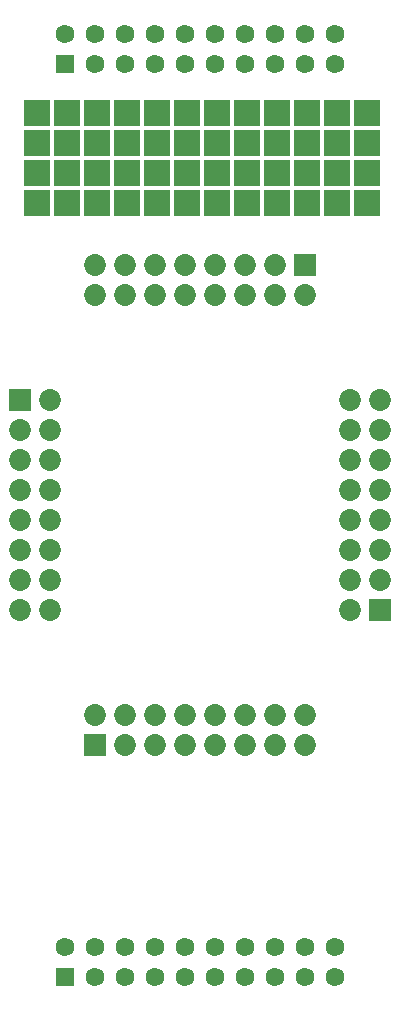
<source format=gbr>
%TF.GenerationSoftware,Altium Limited,Altium Designer,23.4.1 (23)*%
G04 Layer_Color=16711935*
%FSLAX45Y45*%
%MOMM*%
%TF.SameCoordinates,6CFBE55C-8612-4E24-A10C-01F6C23EBCE3*%
%TF.FilePolarity,Negative*%
%TF.FileFunction,Soldermask,Bot*%
%TF.Part,Single*%
G01*
G75*
%TA.AperFunction,ComponentPad*%
%ADD30C,1.85320*%
%ADD31R,1.85320X1.85320*%
%ADD32R,1.85320X1.85320*%
%TA.AperFunction,ViaPad*%
%ADD33R,2.20320X2.20320*%
%TA.AperFunction,ComponentPad*%
%ADD34R,1.59320X1.59320*%
%ADD35C,1.59320*%
D30*
X2539000Y2722000D02*
D03*
Y2468000D02*
D03*
X2285000Y2722000D02*
D03*
Y2468000D02*
D03*
X2031000Y2722000D02*
D03*
Y2468000D02*
D03*
X1777000Y2722000D02*
D03*
Y2468000D02*
D03*
X1523000Y2722000D02*
D03*
Y2468000D02*
D03*
X1269000Y2722000D02*
D03*
Y2468000D02*
D03*
X1015000Y2722000D02*
D03*
Y2468000D02*
D03*
X761000Y2722000D02*
D03*
X2919000Y5389000D02*
D03*
X3173000D02*
D03*
X2919000Y5135000D02*
D03*
X3173000D02*
D03*
X2919000Y4881000D02*
D03*
X3173000D02*
D03*
X2919000Y4627000D02*
D03*
X3173000D02*
D03*
X2919000Y4373000D02*
D03*
X3173000D02*
D03*
X2919000Y4119000D02*
D03*
X3173000D02*
D03*
X2919000Y3865000D02*
D03*
X3173000D02*
D03*
X2919000Y3611000D02*
D03*
X761000Y6278000D02*
D03*
Y6532000D02*
D03*
X1015000Y6278000D02*
D03*
Y6532000D02*
D03*
X1269000Y6278000D02*
D03*
Y6532000D02*
D03*
X1523000Y6278000D02*
D03*
Y6532000D02*
D03*
X1777000Y6278000D02*
D03*
Y6532000D02*
D03*
X2031000Y6278000D02*
D03*
Y6532000D02*
D03*
X2285000Y6278000D02*
D03*
Y6532000D02*
D03*
X2539000Y6278000D02*
D03*
X381000Y5389000D02*
D03*
X127000Y5135000D02*
D03*
X381000D02*
D03*
X127000Y4881000D02*
D03*
X381000D02*
D03*
X127000Y4627000D02*
D03*
X381000D02*
D03*
X127000Y4373000D02*
D03*
X381000D02*
D03*
X127000Y4119000D02*
D03*
X381000D02*
D03*
X127000Y3865000D02*
D03*
X381000D02*
D03*
X127000Y3611000D02*
D03*
X381000D02*
D03*
D31*
X761000Y2468000D02*
D03*
X2539000Y6532000D02*
D03*
D32*
X3173000Y3611000D02*
D03*
X127000Y5389000D02*
D03*
D33*
X1028700Y7061200D02*
D03*
X1282700D02*
D03*
X266700Y7315200D02*
D03*
X1028700D02*
D03*
X520700D02*
D03*
X774700D02*
D03*
X520700Y7061200D02*
D03*
X774700D02*
D03*
X1282700Y7315200D02*
D03*
X2044700D02*
D03*
Y7061200D02*
D03*
X1790700D02*
D03*
Y7315200D02*
D03*
X1536700Y7061200D02*
D03*
Y7315200D02*
D03*
X266700Y7061200D02*
D03*
X3060700Y7315200D02*
D03*
X2806700Y7061200D02*
D03*
Y7315200D02*
D03*
X2298700D02*
D03*
Y7061200D02*
D03*
X2552700D02*
D03*
Y7315200D02*
D03*
X2298700Y7823200D02*
D03*
Y7569200D02*
D03*
X2552700D02*
D03*
Y7823200D02*
D03*
X3060700D02*
D03*
Y7569200D02*
D03*
X2806700D02*
D03*
Y7823200D02*
D03*
X1282700D02*
D03*
Y7569200D02*
D03*
X1536700D02*
D03*
Y7823200D02*
D03*
X2044700D02*
D03*
Y7569200D02*
D03*
X1790700D02*
D03*
Y7823200D02*
D03*
X774700D02*
D03*
Y7569200D02*
D03*
X1028700D02*
D03*
Y7823200D02*
D03*
X520700D02*
D03*
Y7569200D02*
D03*
X266700D02*
D03*
Y7823200D02*
D03*
X3060700Y7061200D02*
D03*
D34*
X508000Y508000D02*
D03*
Y8238000D02*
D03*
D35*
Y762000D02*
D03*
X762000Y508000D02*
D03*
Y762000D02*
D03*
X1016000Y508000D02*
D03*
Y762000D02*
D03*
X1270000Y508000D02*
D03*
Y762000D02*
D03*
X1524000Y508000D02*
D03*
Y762000D02*
D03*
X1778000Y508000D02*
D03*
Y762000D02*
D03*
X2032000Y508000D02*
D03*
Y762000D02*
D03*
X2286000Y508000D02*
D03*
Y762000D02*
D03*
X2540000Y508000D02*
D03*
Y762000D02*
D03*
X2794000Y508000D02*
D03*
Y762000D02*
D03*
X508000Y8492000D02*
D03*
X762000Y8238000D02*
D03*
Y8492000D02*
D03*
X1016000Y8238000D02*
D03*
Y8492000D02*
D03*
X1270000Y8238000D02*
D03*
Y8492000D02*
D03*
X1524000Y8238000D02*
D03*
Y8492000D02*
D03*
X1778000Y8238000D02*
D03*
Y8492000D02*
D03*
X2032000Y8238000D02*
D03*
Y8492000D02*
D03*
X2286000Y8238000D02*
D03*
Y8492000D02*
D03*
X2540000Y8238000D02*
D03*
Y8492000D02*
D03*
X2794000Y8238000D02*
D03*
Y8492000D02*
D03*
%TF.MD5,1250df92dab2ce13a0cdb0e342fc14dc*%
M02*

</source>
